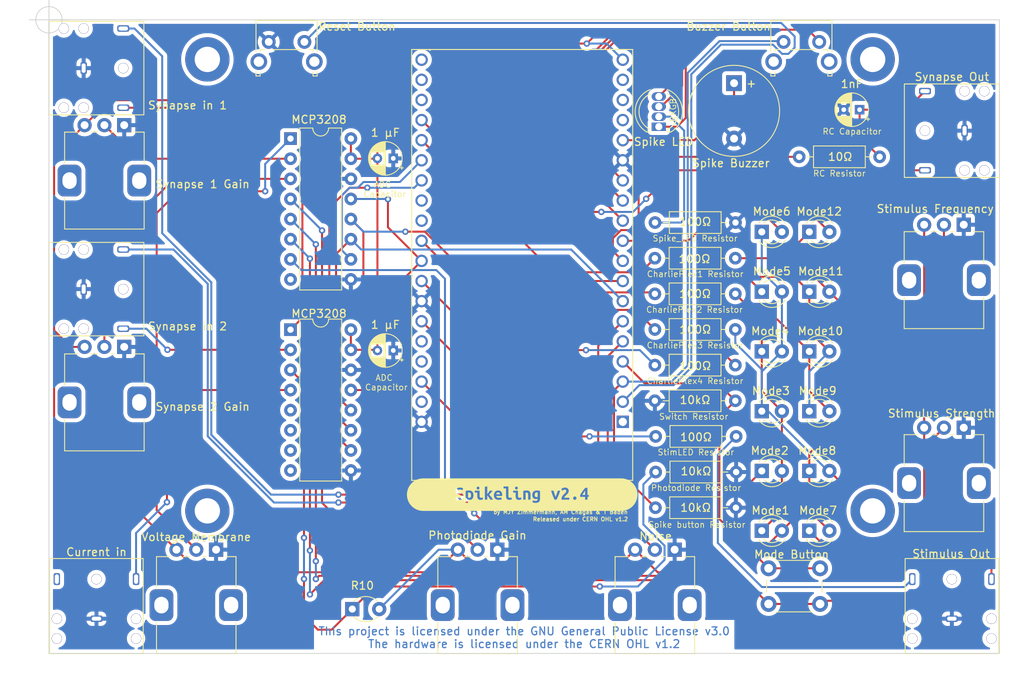
<source format=kicad_pcb>
(kicad_pcb (version 20241229) (generator "pcbnew") (generator_version "9.0")
  (layers (0 "F.Cu" signal) (2 "B.Cu" signal) (13 "F.Paste" user) (15 "B.Paste" user) (5 "F.SilkS" user "F.Silkscreen") (7 "B.SilkS" user "B.Silkscreen") (1 "F.Mask" user) (3 "B.Mask" user) (25 "Edge.Cuts" user))
  (net 0 "")
  (net 7 "GNDREF")
  (net 8 "/23")
  (net 9 "/27")
  (net 10 "/26")
  (net 11 "+3V3")
  (net 12 "/34")
  (net 13 "/35")
  (net 14 "/25")
  (net 15 "/14")
  (net 16 "/12")
  (net 17 "/13")
  (net 18 "/22")
  (net 19 "/21")
  (net 20 "/19")
  (net 21 "/05")
  (net 22 "/17")
  (net 23 "/16")
  (net 24 "/02")
  (net 25 "/15")
  (net 26 "Net-(C3-Pad1)")
  (net 27 "Net-(D1-Pad2)")
  (net 28 "Net-(D10-Pad2)")
  (net 29 "Net-(D12-Pad2)")
  (net 30 "Net-(D4-Pad1)")
  (net 32 "/39")
  (net 33 "VCC")
  (net 36 "/202")
  (net 37 "/203")
  (net 38 "/106")
  (net 39 "/103")
  (net 40 "/105")
  (net 41 "/104")
  (net 42 "/101")
  (net 43 "/102")
  (net 44 "/200")
  (net 45 "/201")
  (net 46 "/32")
  (net 47 "/33")
  (net 48 "/18")
  (net 49 "/04")
  (net 50 "/00")
  (net 51 "/100")
  (net 52 "/107")
  (net 53 "/204")
  (net 54 "/205")
  (net 55 "/206")
  (net 56 "/207")
  (net 57 "Net-(D10-Pad1)")
  (net 58 "Net-(J5-PadT)")
  (net 59 "/36")
  (net 60 "Net-(SW3-Pad2)")
  (footprint "LED_THT:LED_D5.0mm-4_RGB" (layer "F.Cu") (at 177 63.5 90)
    (property "Reference" "D1")
    (property "Value" "Spike LED")
  )
  (footprint "Button_Switch_THT:Spikeling reset button" (layer "F.Cu") (at 195 50.1)
    (property "Reference" "SW2")
    (property "Value" "Buzzer Button")
  )
  (footprint "MountingHole:MountingHole_3.2mm_M3_DIN965_Pad" (layer "F.Cu") (at 120 55)
    (property "Reference" " ")
    (property "Value" "MountingHole_3.2mm_M3_DIN965_Pad")
  )
  (footprint "LED_THT:LED_D3.0mm" (layer "F.Cu") (at 190 76.779)
    (property "Reference" "D7")
    (property "Value" "Mode6")
  )
  (footprint "LED_THT:LED_D3.0mm" (layer "F.Cu") (at 190 114.504)
    (property "Reference" "D2")
    (property "Value" "Mode1")
  )
  (footprint "Resistor_THT:R_Axial_DIN0207_L6.3mm_D2.5mm_P10.16mm_Horizontal" (layer "F.Cu") (at 186.66 98.1 180)
    (property "Reference" "R5")
    (property "Value" "10kΩ")
  )
  (footprint "Package_DIP:DIP-16_W7.62mm" (layer "F.Cu") (at 130.5 89.125)
    (property "Reference" "U3")
    (property "Value" "MCP3208")
  )
  (footprint "Potentiometer_THT:Spikeling Potentiometer" (layer "F.Cu") (at 213 109 -90)
    (property "Reference" "RV6")
    (property "Value" "Stimulus Strength")
  )
  (footprint "Potentiometer_THT:Spikeling Potentiometer" (layer "F.Cu") (at 176.5 124.4 -90)
    (property "Reference" "RV4")
    (property "Value" "Noise")
  )
  (footprint "Audio_Module:Spikeling_Photoreceptor" (layer "F.Cu") (at 159.6 122.9)
    (property "Reference" ".")
    (property "Value" "Spikeling_neuron")
  )
  (footprint "Audio_Module:Spikeling Audio Jack 3.5mm" (layer "F.Cu") (at 99.8825 56.1 90)
    (property "Reference" "J2")
    (property "Value" "Synapse in 1")
  )
  (footprint "Audio_Module:Spikeling Audio Jack 3.5mm" (layer "F.Cu") (at 220.1 64 -90)
    (property "Reference" "J1")
    (property "Value" "Synapse Out")
  )
  (footprint "Potentiometer_THT:Spikeling Potentiometer" (layer "F.Cu") (at 107 70.8 -90)
    (property "Reference" "RV1")
    (property "Value" "Synapse 1 Gain")
  )
  (footprint "Audio_Module:Spikeling_Electrode" (layer "F.Cu") (at 125.9 107.3)
    (property "Reference" "REF**")
    (property "Value" "Spikeling_neuron")
  )
  (footprint "LED_THT:LED_D3.0mm" (layer "F.Cu") (at 190 99.414)
    (property "Reference" "D4")
    (property "Value" "Mode3")
  )
  (footprint "Potentiometer_THT:Spikeling Potentiometer" (layer "F.Cu") (at 118.6 124.4 -90)
    (property "Reference" "RV3")
    (property "Value" "Voltage Membrane")
  )
  (footprint "Resistor_THT:R_Axial_DIN0207_L6.3mm_D2.5mm_P10.16mm_Horizontal" (layer "F.Cu") (at 176.6 102.6)
    (property "Reference" "R3")
    (property "Value" "100Ω")
  )
  (footprint "MountingHole:MountingHole_3.2mm_M3_DIN965_Pad" (layer "F.Cu") (at 204 55)
    (property "Reference" " ")
    (property "Value" "MountingHole_M3")
  )
  (footprint "Package_DIP:DIP-16_W7.62mm" (layer "F.Cu") (at 130.5 65)
    (property "Reference" "U2")
    (property "Value" "MCP3208")
  )
  (footprint "Capacitor_THT:CP_Radial_D4.0mm_P2.00mm" (layer "F.Cu") (at 143.4726 91.75 180)
    (property "Reference" "C2")
    (property "Value" "1 μF")
  )
  (footprint "Audio_Module:Spikeling Audio Jack 3.5mm" (layer "F.Cu") (at 214 130.1175 180)
    (property "Reference" "J5")
    (property "Value" "Stimulus Out")
  )
  (footprint "Button_Switch_THT:Spikeling reset button" (layer "F.Cu") (at 130 50.1)
    (property "Reference" "SW3")
    (property "Value" "Reset Button")
  )
  (footprint "LED_THT:LED_D3.0mm" (layer "F.Cu") (at 196 91.869)
    (property "Reference" "D11")
    (property "Value" "Mode10")
  )
  (footprint "LED_THT:LED_D3.0mm" (layer "F.Cu") (at 196 106.959)
    (property "Reference" "D9")
    (property "Value" "Mode8")
  )
  (footprint "Capacitor_THT:CP_Radial_D4.0mm_P2.00mm" (layer "F.Cu") (at 143.4726 67.5 180)
    (property "Reference" "C1")
    (property "Value" "1 μF")
  )
  (footprint "Resistor_THT:R_Axial_DIN0207_L6.3mm_D2.5mm_P10.16mm_Horizontal" (layer "F.Cu") (at 176.5 93.6)
    (property "Reference" "R9")
    (property "Value" "100Ω")
  )
  (footprint "LED_THT:LED_D3.0mm" (layer "F.Cu") (at 196 76.779)
    (property "Reference" "D13")
    (property "Value" "Mode12")
  )
  (footprint "LED_THT:LED_D3.0mm" (layer "F.Cu") (at 196 84.324)
    (property "Reference" "D12")
    (property "Value" "Mode11")
  )
  (footprint "LED_THT:LED_D3.0mm" (layer "F.Cu") (at 196 99.414)
    (property "Reference" "D10")
    (property "Value" "Mode9")
  )
  (footprint "Resistor_THT:R_Axial_DIN0207_L6.3mm_D2.5mm_P10.16mm_Horizontal" (layer "F.Cu") (at 194.72 67.3)
    (property "Reference" "R1")
    (property "Value" "10Ω")
  )
  (footprint "Maxime:Photoresistor_3.4" (layer "F.Cu") (at 138.3 124.4)
    (property "Reference" "R10")
    (property "Value" "R_Photo")
  )
  (footprint "Potentiometer_THT:Spikeling Potentiometer" (layer "F.Cu") (at 213 83.372 -90)
    (property "Reference" "RV7")
    (property "Value" "Stimulus Frequency")
  )
  (footprint "Potentiometer_THT:Spikeling Potentiometer" (layer "F.Cu") (at 107 98.8 -90)
    (property "Reference" "RV2")
    (property "Value" "Synapse 2 Gain")
  )
  (footprint "Audio_Module:Spikeling Audio Jack 3.5mm" (layer "F.Cu") (at 99.8825 84 90)
    (property "Reference" "J3")
    (property "Value" "Synapse in 2")
  )
  (footprint "LED_THT:LED_D3.0mm" (layer "F.Cu") (at 190 106.959)
    (property "Reference" "D3")
    (property "Value" "Mode2")
  )
  (footprint "MountingHole:MountingHole_3.2mm_M3_DIN965_Pad" (layer "F.Cu") (at 204 112)
    (property "Reference" " ")
    (property "Value" "MountingHole_3.2mm_M3_DIN965_Pad")
  )
  (footprint "LED_THT:LED_D3.0mm" (layer "F.Cu") (at 190 91.869)
    (property "Reference" "D5")
    (property "Value" "Mode4")
  )
  (footprint "Audio_Module:Spikeling Audio Jack 3.5mm" (layer "F.Cu") (at 106 130.1175 180)
    (property "Reference" "J4")
    (property "Value" "Current in")
  )
  (footprint "Resistor_THT:R_Axial_DIN0207_L6.3mm_D2.5mm_P10.16mm_Horizontal" (layer "F.Cu") (at 176.5 89.1)
    (property "Reference" "R8")
    (property "Value" "100Ω")
  )
  (footprint "Resistor_THT:R_Axial_DIN0207_L6.3mm_D2.5mm_P10.16mm_Horizontal" (layer "F.Cu") (at 176.6 107.1)
    (property "Reference" "R2")
    (property "Value" "10kΩ")
  )
  (footprint "Potentiometer_THT:Spikeling Potentiometer" (layer "F.Cu") (at 154.119 124.4 -90)
    (property "Reference" "RV5")
    (property "Value" "Photodiode Gain")
  )
  (footprint "Capacitor_THT:CP_Radial_D4.0mm_P2.00mm" (layer "F.Cu") (at 202.35 61.35 180)
    (property "Reference" "C3")
    (property "Value" "1nF")
  )
  (footprint "Resistor_THT:R_Axial_DIN0207_L6.3mm_D2.5mm_P10.16mm_Horizontal" (layer "F.Cu") (at 176.5 84.6)
    (property "Reference" "R7")
    (property "Value" "100Ω")
  )
  (footprint "kibuzzard-691F2EE6" (layer "F.Cu") (at 159.75 109.95)
    (property "Reference" "kibuzzard-691F2EE6" (hide yes))
    (property "Value" "G***" (hide yes))
  )
  (footprint "Resistor_THT:R_Axial_DIN0207_L6.3mm_D2.5mm_P10.16mm_Horizontal" (layer "F.Cu") (at 186.68 75.6 180)
    (property "Reference" "R4")
    (property "Value" "100Ω")
  )
  (footprint "Buzzer_Beeper:Buzzer_11.5x9.5RM5" (layer "F.Cu") (at 186.5 61.5 -90)
    (property "Reference" "BZ1")
    (property "Value" "Spike Buzzer")
  )
  (footprint "MountingHole:MountingHole_3.2mm_M3_DIN965_Pad" (layer "F.Cu") (at 120 112)
    (property "Reference" " ")
    (property "Value" "MountingHole_3.2mm_M3_DIN965_Pad")
  )
  (footprint "Resistor_THT:R_Axial_DIN0207_L6.3mm_D2.5mm_P10.16mm_Horizontal" (layer "F.Cu") (at 176.57 111.6)
    (property "Reference" "R11")
    (property "Value" "10kΩ")
  )
  (footprint "Audio_Module:Spikeling_Neuron" (layer "F.Cu") (at 155.9 65.6)
    (property "Reference" ".")
    (property "Value" "Spikeling_neuron")
  )
  (footprint "Resistor_THT:R_Axial_DIN0207_L6.3mm_D2.5mm_P10.16mm_Horizontal" (layer "F.Cu") (at 176.5 80.1)
    (property "Reference" "R6")
    (property "Value" "100Ω")
  )
  (footprint "Button_Switch_THT:SW_PUSH_6mm_H13mm" (layer "F.Cu") (at 194.1 121.5)
    (property "Reference" "SW1")
    (property "Value" "Mode Button")
  )
  (footprint "Maxime:MODULE_ESP32-DEVKITC-32D" (layer "F.Cu") (at 159.75 81 180)
    (property "Reference" "U1")
    (property "Value" "ESP32-DEVKITC-32D")
  )
  (footprint "LED_THT:LED_D3.0mm" (layer "F.Cu") (at 196 114.504)
    (property "Reference" "D8")
    (property "Value" "Mode7")
  )
  (footprint "LED_THT:LED_D3.0mm" (layer "F.Cu") (at 190 84.324)
    (property "Reference" "D6")
    (property "Value" "Mode5")
  )
  (gr_line (start 220 130) (end 100 130) (stroke (width 0.1)) (layer "Edge.Cuts"))
  (gr_line (start 100 50) (end 220 50) (stroke (width 0.1)) (layer "Edge.Cuts"))
  (gr_line (start 220 50) (end 220 130) (stroke (width 0.1)) (layer "Edge.Cuts"))
  (gr_line (start 100 130) (end 100 50) (stroke (width 0.1)) (layer "Edge.Cuts"))
  (gr_text "This project is licensed under the GNU General Public License v3.0\nThe hardware is licensed under the CERN OHL v1.2" (at 160 128 0) (layer "B.Cu") (effects (font (size 1 1))))
  (gr_text "ADC \nCapacitor" (at 142.4 71.4 0) (layer "F.SilkS") (effects (font (size 0.75 0.75) (thickness 0.1))))
  (gr_text "Switch Resistor" (at 181.4 100.1 0) (layer "F.SilkS") (effects (font (size 0.75 0.75) (thickness 0.1))))
  (gr_text "CharliePlex3 Resistor" (at 181.58 91.1 0) (layer "F.SilkS") (effects (font (size 0.75 0.75) (thickness 0.1))))
  (gr_text "CharliePlex2 Resistor" (at 181.5 86.6 0) (layer "F.SilkS") (effects (font (size 0.75 0.75) (thickness 0.1))))
  (gr_text "Spike_LED Resistor" (at 181.58 77.6 0) (layer "F.SilkS") (effects (font (size 0.75 0.75) (thickness 0.1))))
  (gr_text "Released under CERN OHL v1.2" (at 167.1 113.05 0) (layer "F.SilkS") (effects (font (size 0.5 0.5) (thickness 0.1))))
  (gr_text "CharliePlex1 Resistor" (at 181.6 82.1 0) (layer "F.SilkS") (effects (font (size 0.75 0.75) (thickness 0.1))))
  (gr_text "RKGB" (at 178.8 61.4 90) (layer "F.SilkS") (effects (font (size 0.75 0.75) (thickness 0.1))))
  (gr_text "RC Capacitor" (at 201.4 64.1 0) (layer "F.SilkS") (effects (font (size 0.75 0.75) (thickness 0.1))))
  (gr_text "RC Resistor" (at 199.8 69.4 0) (layer "F.SilkS") (effects (font (size 0.75 0.75) (thickness 0.1))))
  (gr_text "by MJY Zimmermann, AM Chagas & T Baden" (at 164.6 112.15 0) (layer "F.SilkS") (effects (font (size 0.5 0.5) (thickness 0.1))))
  (gr_text "StimLED Resistor" (at 181.68 104.6 0) (layer "F.SilkS") (effects (font (size 0.75 0.75) (thickness 0.1))))
  (gr_text "Photodiode Resistor" (at 181.7 109.1 0) (layer "F.SilkS") (effects (font (size 0.75 0.75) (thickness 0.1))))
  (gr_text "ADC \nCapacitor" (at 142.6 95.8 0) (layer "F.SilkS") (effects (font (size 0.75 0.75) (thickness 0.1))))
  (gr_text "CharliePlex4 Resistor" (at 181.58 95.6 0) (layer "F.SilkS") (effects (font (size 0.75 0.75) (thickness 0.1))))
  (gr_text "Spike button Resistor" (at 181.8 113.75 0) (layer "F.SilkS") (effects (font (size 0.75 0.75) (thickness 0.1))))
  (target plus (at 100 50) (size 5) (width 0.1) (layer "Edge.Cuts"))
  (segment (start 168.3 54.6) (end 171.1 51.8) (width 0.25) (layer "F.Cu") (net 9))
  (segment (start 171.1 51.8) (end 178.5 51.8) (width 0.25) (layer "F.Cu") (net 9))
  (segment (start 179.3 63.5) (end 177 63.5) (width 0.25) (layer "F.Cu") (net 9))
  (segment (start 168.3 71.21) (end 168.3 54.6) (width 0.25) (layer "F.Cu") (net 9))
  (segment (start 180.4 53.7) (end 180.4 62.4) (width 0.25) (layer "F.Cu") (net 9))
  (segment (start 172.45 75.36) (end 168.3 71.21) (width 0.25) (layer "F.Cu") (net 9))
  (segment (start 178.5 51.8) (end 180.4 53.7) (width 0.25) (layer "F.Cu") (net 9))
  (segment (start 180.4 62.4) (end 179.3 63.5) (width 0.25) (layer "F.Cu") (net 9))
  (segment (start 216.2 73) (end 217.6 74.4) (width 0.25) (layer "F.Cu") (net 10))
  (segment (start 219 115.05) (end 214.8 110.85) (width 0.25) (layer "F.Cu") (net 10))
  (segment (start 219 120.6175) (end 219 115.05) (width 0.25) (layer "F.Cu") (net 10))
  (segment (start 214.8 106.3) (end 218.1 103) (width 0.25) (layer "F.Cu") (net 10))
  (segment (start 217.6 76.9) (end 217.6 74.4) (width 0.25) (layer "F.Cu") (net 10))
  (segment (start 180.75 77.9) (end 185.65 73) (width 0.25) (layer "F.Cu") (net 10))
  (segment (start 218.1 99.8) (end 214.1 95.8) (width 0.25) (layer "F.Cu") (net 10))
  (segment (start 214.1 80.4) (end 217.6 76.9) (width 0.25) (layer "F.Cu") (net 10))
  (segment (start 214.1 95.8) (end 214.1 80.4) (width 0.25) (layer "F.Cu") (net 10))
  (segment (start 185.65 73) (end 216.2 73) (width 0.25) (layer "F.Cu") (net 10))
  (segment (start 218.1 103) (end 218.1 99.8) (width 0.25) (layer "F.Cu") (net 10))
  (segment (start 172.45 77.9) (end 180.75 77.9) (width 0.25) (layer "F.Cu") (net 10))
  (segment (start 214.8 110.85) (end 214.8 106.3) (width 0.25) (layer "F.Cu") (net 10))
  (segment (start 172.45 90.6) (end 170.55 92.5) (width 0.25) (layer "F.Cu") (net 12))
  (segment (start 170.55 92.5) (end 170.55 107.8) (width 0.25) (layer "F.Cu") (net 12))
  (segment (start 167.4 110.95) (end 136.55 110.95) (width 0.25) (layer "F.Cu") (net 12))
  (segment (start 170.55 107.8) (end 167.4 110.95) (width 0.25) (layer "F.Cu") (net 12))
  (via (at 136.55 110.95) (size 0.8) (drill 0.4) (layers "F.Cu" "B.Cu") (net 12))
  (segment (start 120.05048 83.336198) (end 115.714282 79) (width 0.25) (layer "B.Cu") (net 12))
  (segment (start 136.55 110.95) (end 128.414283 110.95) (width 0.25) (layer "B.Cu") (net 12))
  (segment (start 128.414283 110.95) (end 120.05048 102.586197) (width 0.25) (layer "B.Cu") (net 12))
  (segment (start 115.714282 79) (end 109.3825 79) (width 0.25) (layer "B.Cu") (net 12))
  (segment (start 120.05048 102.586197) (end 120.05048 83.336198) (width 0.25) (layer "B.Cu") (net 12))
  (segment (start 169.35 91.16) (end 169.35 107.6) (width 0.25) (layer "F.Cu") (net 13))
  (segment (start 167 109.95) (end 136.55 109.95) (width 0.25) (layer "F.Cu") (net 13))
  (segment (start 169.35 107.6) (end 167 109.95) (width 0.25) (layer "F.Cu") (net 13))
  (segment (start 172.45 88.06) (end 169.35 91.16) (width 0.25) (layer "F.Cu") (net 13))
  (via (at 136.55 109.95) (size 0.8) (drill 0.4) (layers "F.Cu" "B.Cu") (net 13))
  (segment (start 114.3 54.6) (end 114.3 76.95) (width 0.25) (layer "B.Cu") (net 13))
  (segment (start 114.3 76.95) (end 120.5 83.15) (width 0.25) (layer "B.Cu") (net 13))
  (segment (start 110.8 51.1) (end 114.3 54.6) (width 0.25) (layer "B.Cu") (net 13))
  (segment (start 120.5 102.4) (end 128.05 109.95) (width 0.25) (layer "B.Cu") (net 13))
  (segment (start 120.5 83.15) (end 120.5 102.4) (width 0.25) (layer "B.Cu") (net 13))
  (segment (start 109.3825 51.1) (end 110.8 51.1) (width 0.25) (layer "B.Cu") (net 13))
  (segment (start 128.05 109.95) (end 136.55 109.95) (width 0.25) (layer "B.Cu") (net 13))
  (segment (start 174.45 71.55) (end 178.7 67.3) (width 0.25) (layer "F.Cu") (net 14))
  (segment (start 172.45 80.44) (end 171.2 79.19) (width 0.25) (layer "F.Cu") (net 14))
  (segment (start 172.237984 76.55) (end 173.9 76.55) (width 0.25) (layer "F.Cu") (net 14))
  (segment (start 171.2 79.19) (end 171.2 77.587984) (width 0.25) (layer "F.Cu") (net 14))
  (segment (start 171.2 77.587984) (end 172.237984 76.55) (width 0.25) (layer "F.Cu") (net 14))
  (segment (start 173.9 76.55) (end 174.45 76) (width 0.25) (layer "F.Cu") (net 14))
  (segment (start 178.7 67.3) (end 194.72 67.3) (width 0.25) (layer "F.Cu") (net 14))
  (segment (start 174.45 76) (end 174.45 71.55) (width 0.25) (layer "F.Cu") (net 14))
  (segment (start 168.74952 69.11952) (end 172.45 72.82) (width 0.25) (layer "F.Cu") (net 15))
  (segment (start 179.95048 53.886198) (end 179.95048 58.320064) (width 0.25) (layer "F.Cu") (net 15))
  (segment (start 179.95048 53.886198) (end 178.313802 52.24952) (width 0.25) (layer "F.Cu") (net 15))
  (segment (start 171.286198 52.24952) (end 168.74952 54.786198) (width 0.25) (layer "F.Cu") (net 15))
  (segment (start 168.74952 54.786198) (end 168.74952 69.11952) (width 0.25) (layer "F.Cu") (net 15))
  (segment (start 179.95048 58.320064) (end 177.310544 60.96) (width 0.25) (layer "F.Cu") (net 15))
  (segment (start 177.310544 60.96) (end 177 60.96) (width 0.25) (layer "F.Cu") (net 15))
  (segment (start 178.313802 52.24952) (end 171.286198 52.24952) (width 0.25) (layer "F.Cu") (net 15))
  (segment (start 177 59.69) (end 179.5 57.19) (width 0.25) (layer "F.Cu") (net 16))
  (segment (start 169.3 67.13) (end 172.45 70.28) (width 0.25) (layer "F.Cu") (net 16))
  (segment (start 178.127604 52.69904) (end 171.472396 52.69904) (width 0.25) (layer "F.Cu") (net 16))
  (segment (start 179.5 57.19) (end 179.5 54.071436) (width 0.25) (layer "F.Cu") (net 16))
  (segment (start 171.472396 52.69904) (end 169.3 54.871436) (width 0.25) (layer "F.Cu") (net 16))
  (segment (start 179.5 54.071436) (end 178.127604 52.69904) (width 0.25) (layer "F.Cu") (net 16))
  (segment (start 169.3 54.871436) (end 169.3 67.13) (width 0.25) (layer "F.Cu") (net 16))
  (segment (start 181.5 65.2) (end 186.5 60.2) (width 0.25) (layer "F.Cu") (net 17))
  (segment (start 172.45 65.2) (end 181.5 65.2) (width 0.25) (layer "F.Cu") (net 17))
  (segment (start 186.5 58) (end 186.5 60.2) (width 0.25) (layer "F.Cu") (net 17))
  (segment (start 147.05 95.68) (end 153.97 102.6) (width 0.25) (layer "F.Cu") (net 18))
  (segment (start 153.97 102.6) (end 168.25 102.6) (width 0.25) (layer "F.Cu") (net 18))
  (via (at 168.25 102.6) (size 0.8) (drill 0.4) (layers "F.Cu" "B.Cu") (net 18))
  (segment (start 168.25 102.6) (end 176.6 102.6) (width 0.25) (layer "B.Cu") (net 18))
  (segment (start 150.694511 91.704511) (end 147.05 88.06) (width 0.25) (layer "F.Cu") (net 19))
  (segment (start 167.804511 91.704511) (end 150.694511 91.704511) (width 0.25) (layer "F.Cu") (net 19))
  (via (at 167.804511 91.704511) (size 0.8) (drill 0.4) (layers "F.Cu" "B.Cu") (net 19))
  (segment (start 176.5 93.6) (end 174.604511 91.704511) (width 0.25) (layer "B.Cu") (net 19))
  (segment (start 174.604511 91.704511) (end 167.804511 91.704511) (width 0.25) (layer "B.Cu") (net 19))
  (segment (start 150.694511 86.624511) (end 147.05 82.98) (width 0.25) (layer "F.Cu") (net 20))
  (segment (start 176.5 89.1) (end 174.024511 86.624511) (width 0.25) (layer "F.Cu") (net 20))
  (segment (start 174.024511 86.624511) (end 150.694511 86.624511) (width 0.25) (layer "F.Cu") (net 20))
  (segment (start 153.565489 84.415489) (end 147.05 77.9) (width 0.25) (layer "F.Cu") (net 21))
  (segment (start 176.315489 84.415489) (end 153.565489 84.415489) (width 0.25) (layer "F.Cu") (net 21))
  (segment (start 176.5 84.6) (end 176.315489 84.415489) (width 0.25) (layer "F.Cu") (net 21))
  (segment (start 163.725489 81.875489) (end 147.05 65.2) (width 0.25) (layer "F.Cu") (net 24))
  (segment (start 176.5 80.1) (end 174.724511 81.875489) (width 0.25) (layer "F.Cu") (net 24))
  (segment (start 174.724511 81.875489) (end 163.725489 81.875489) (width 0.25) (layer "F.Cu") (net 24))
  (segment (start 158.645489 74.255489) (end 169.744511 74.255489) (width 0.25) (layer "F.Cu") (net 25))
  (segment (start 179 69) (end 175.4 72.6) (width 0.25) (layer "F.Cu") (net 25))
  (segment (start 210.6 69) (end 179 69) (width 0.25) (layer "F.Cu") (net 25))
  (segment (start 147.05 62.66) (end 158.645489 74.255489) (width 0.25) (layer "F.Cu") (net 25))
  (via (at 175.4 72.6) (size 0.8) (drill 0.4) (layers "F.Cu" "B.Cu") (net 25))
  (via (at 169.744511 74.255489) (size 0.8) (drill 0.4) (layers "F.Cu" "B.Cu") (net 25))
  (segment (start 173.744511 74.255489) (end 169.744511 74.255489) (width 0.25) (layer "B.Cu") (net 25))
  (segment (start 175.4 72.6) (end 173.744511 74.255489) (width 0.25) (layer "B.Cu") (net 25))
  (segment (start 202.35 61.35) (end 202.35 64.77) (width 0.25) (layer "F.Cu") (net 26))
  (segment (start 202.35 61.35) (end 208.25 61.35) (width 0.25) (layer "F.Cu") (net 26))
  (segment (start 208.25 61.35) (end 210.6 59) (width 0.25) (layer "F.Cu") (net 26))
  (segment (start 202.35 64.77) (end 204.88 67.3) (width 0.25) (layer "F.Cu") (net 26))
  (segment (start 177.310544 62.23) (end 177 62.23) (width 0.25) (layer "F.Cu") (net 27))
  (segment (start 176.6 62.14) (end 177.75 62.14) (width 0.25) (layer "F.Cu") (net 27))
  (segment (start 177 62.23) (end 178.43 62.23) (width 0.25) (layer "B.Cu") (net 27))
  (segment (start 178.43 62.23) (end 180.2 64) (width 0.25) (layer "B.Cu") (net 27))
  (segment (start 180.2 75.2) (end 179.8 75.6) (width 0.25) (layer "B.Cu") (net 27))
  (segment (start 179.8 75.6) (end 176.52 75.6) (width 0.25) (layer "B.Cu") (net 27))
  (segment (start 180.2 64) (end 180.2 75.2) (width 0.25) (layer "B.Cu") (net 27))
  (segment (start 177 75.12) (end 176.52 75.6) (width 0.25) (layer "B.Cu") (net 27))
  (segment (start 190 87.94) (end 190 91.869) (width 0.25) (layer "F.Cu") (net 28))
  (segment (start 186.66 84.6) (end 189.88 87.82) (width 0.25) (layer "F.Cu") (net 28))
  (segment (start 192.54 106.959) (end 192.54 111.964) (width 0.25) (layer "F.Cu") (net 28))
  (segment (start 189.88 87.82) (end 190 87.94) (width 0.25) (layer "F.Cu") (net 28))
  (segment (start 196 91.869) (end 191.951 87.82) (width 0.25) (layer "F.Cu") (net 28))
  (segment (start 196 96.874) (end 198.54 99.414) (width 0.25) (layer "F.Cu") (net 28))
  (segment (start 192.54 111.964) (end 190 114.504) (width 0.25) (layer "F.Cu") (net 28))
  (segment (start 190 91.869) (end 190 96.874) (width 0.25) (layer "F.Cu") (net 28))
  (segment (start 190 96.874) (end 192.54 99.414) (width 0.25) (layer "F.Cu") (net 28))
  (segment (start 192.54 99.414) (end 192.54 106.959) (width 0.25) (layer "F.Cu") (net 28))
  (segment (start 196 91.869) (end 196 96.874) (width 0.25) (layer "F.Cu") (net 28))
  (segment (start 191.951 87.82) (end 189.88 87.82) (width 0.25) (layer "F.Cu") (net 28))
  (segment (start 186.66 80.1) (end 192.679 80.1) (width 0.25) (layer "F.Cu") (net 29))
  (segment (start 192.679 80.1) (end 196 76.779) (width 0.25) (layer "F.Cu") (net 29))
  (segment (start 198.54 84.324) (end 194.316 80.1) (width 0.25) (layer "F.Cu") (net 29))
  (segment (start 196 110.85) (end 196 106.959) (width 0.25) (layer "F.Cu") (net 29))
  (segment (start 196 106.959) (end 196 104.75) (width 0.25) (layer "F.Cu") (net 29))
  (segment (start 196 111.964) (end 196 110.85) (width 0.25) (layer "F.Cu") (net 29))
  (segment (start 196 104.75) (end 200.4 100.35) (width 0.25) (layer "F.Cu") (net 29))
  (segment (start 198.54 114.504) (end 196 111.964) (width 0.25) (layer "F.Cu") (net 29))
  (segment (start 200.4 100.35) (end 200.4 86.184) (width 0.25) (layer "F.Cu") (net 29))
  (segment (start 189.25 116.75) (end 190.294 116.75) (width 0.25) (layer "F.Cu") (net 29))
  (segment (start 190.294 116.75) (end 192.54 114.504) (width 0.25) (layer "F.Cu") (net 29))
  (segment (start 188.1 108.859) (end 188.1 115.6) (width 0.25) (layer "F.Cu") (net 29))
  (segment (start 188.1 115.6) (end 189.25 116.75) (width 0.25) (layer "F.Cu") (net 29))
  (segment (start 200.4 86.184) (end 198.54 84.324) (width 0.25) (layer "F.Cu") (net 29))
  (segment (start 190 106.959) (end 188.1 108.859) (width 0.25) (layer "F.Cu") (net 29))
  (segment (start 196 111.044) (end 196 110.85) (width 0.25) (layer "F.Cu") (net 29))
  (segment (start 192.54 114.504) (end 196 111.044) (width 0.25) (layer "F.Cu") (net 29))
  (segment (start 194.316 80.1) (end 192.679 80.1) (width 0.25) (layer "F.Cu") (net 29))
  (segment (start 200.2 108.619) (end 198.54 106.959) (width 0.25) (layer "F.Cu") (net 30))
  (segment (start 200.2 115.6) (end 200.2 108.619) (width 0.25) (layer "F.Cu") (net 30))
  (segment (start 199.4 116.4) (end 200.2 115.6) (width 0.25) (layer "F.Cu") (net 30))
  (segment (start 197.896 116.4) (end 199.4 116.4) (width 0.25) (layer "F.Cu") (net 30))
  (segment (start 197.896 116.4) (end 196 114.504) (width 0.25) (layer "F.Cu") (net 30))
  (segment (start 190 76.779) (end 190 81.784) (width 0.25) (layer "B.Cu") (net 30))
  (segment (start 198.353279 106.959) (end 198.54 106.959) (width 0.25) (layer "B.Cu") (net 30))
  (segment (start 190 99.414) (end 190 94.409) (width 0.25) (layer "B.Cu") (net 30))
  (segment (start 192.54 84.324) (end 192.54 91.869) (width 0.25) (layer "B.Cu") (net 30))
  (segment (start 186.66 90.81) (end 190 94.15) (width 0.25) (layer "B.Cu") (net 30))
  (segment (start 190 94.15) (end 190 94.409) (width 0.25) (layer "B.Cu") (net 30))
  (segment (start 190 81.784) (end 192.54 84.324) (width 0.25) (layer "B.Cu") (net 30))
  (segment (start 190.808279 99.414) (end 198.353279 106.959) (width 0.25) (layer "B.Cu") (net 30))
  (segment (start 190 94.409) (end 192.54 91.869) (width 0.25) (layer "B.Cu") (net 30))
  (segment (start 186.66 89.1) (end 186.66 90.81) (width 0.25) (layer "B.Cu") (net 30))
  (segment (start 190 99.414) (end 190.808279 99.414) (width 0.25) (layer "B.Cu") (net 30))
  (segment (start 184.65 100.11) (end 184.65 113.04) (width 0.25) (layer "F.Cu") (net 32))
  (segment (start 172.45 93.14) (end 175.21 95.9) (width 0.25) (layer "F.Cu") (net 32))
  (segment (start 186.66 98.1) (end 184.65 100.11) (width 0.25) (layer "F.Cu") (net 32))
  (segment (start 190.86 119.25) (end 197.36 119.25) (width 0.25) (layer "F.Cu") (net 32))
  (segment (start 175.21 95.9) (end 184.46 95.9) (width 0.25) (layer "F.Cu") (net 32))
  (segment (start 184.65 113.04) (end 190.86 119.25) (width 0.25) (layer "F.Cu") (net 32))
  (segment (start 184.46 95.9) (end 186.66 98.1) (width 0.25) (layer "F.Cu") (net 32))
  (segment (start 156.649982 53) (end 164.55 53) (width 0.25) (layer "F.Cu") (net 33))
  (segment (start 186.86 119.75) (end 176.85 119.75) (width 0.25) (layer "F.Cu") (net 33))
  (segment (start 167.9 53) (end 169.65 51.25) (width 0.25) (layer "F.Cu") (net 33))
  (segment (start 104.5 63.3) (end 100.65 67.15) (width 0.25) (layer "F.Cu") (net 33))
  (segment (start 138.12 89.125) (end 138.12 91.665) (width 0.25) (layer "F.Cu") (net 33))
  (segment (start 210.14904 123.35096) (end 197.75904 123.35096) (width 0.25) (layer "F.Cu") (net 33))
  (segment (start 102.740678 91.3) (end 104.5 91.3) (width 0.25) (layer "F.Cu") (net 33))
  (segment (start 144.65 53) (end 156.35 53) (width 0.25) (layer "F.Cu") (net 33))
  (segment (start 197.75904 123.35096) (end 197.36 123.75) (width 0.25) (layer "F.Cu") (net 33))
  (segment (start 154.469 119.75) (end 171.15 119.75) (width 0.25) (layer "F.Cu") (net 33))
  (segment (start 116.1 116.9) (end 100.65 101.45) (width 0.25) (layer "F.Cu") (net 33))
  (segment (start 171.15 119.75) (end 174 116.9) (width 0.25) (layer "F.Cu") (net 33))
  (segment (start 141.4726 57.2774) (end 141.4726 56.1774) (width 0.25) (layer "F.Cu") (net 33))
  (segment (start 138.6 60.15) (end 141.4726 57.2774) (width 0.25) (layer "F.Cu") (net 33))
  (segment (start 164.55 53) (end 164.7 53) (width 0.25) (layer "F.Cu") (net 33))
  (segment (start 138.12 67.54) (end 141.4326 67.54) (width 0.25) (layer "F.Cu") (net 33))
  (segment (start 141.4726 67.5) (end 141.4726 56.1774) (width 0.25) (layer "F.Cu") (net 33))
  (segment (start 148.769 119.75) (end 151.619 116.9) (width 0.25) (layer "F.Cu") (net 33))
  (segment (start 100.65 67.15) (end 100.65 89.209322) (width 0.25) (layer "F.Cu") (net 33))
  (segment (start 100.65 89.209322) (end 102.740678 91.3) (width 0.25) (layer "F.Cu") (net 33))
  (segment (start 100.65 101.45) (end 100.65 89.209322) (width 0.25) (layer "F.Cu") (net 33))
  (segment (start 195.81 51.25) (end 197.25 52.69) (width 0.25) (layer "F.Cu") (net 33))
  (segment (start 210.5 101.5) (end 210.5 123) (width 0.25) (layer "F.Cu") (net 33))
  (segment (start 156.35 53) (end 167.9 53) (width 0.25) (layer "F.Cu") (net 33))
  (segment (start 107.65 60.15) (end 138.6 60.15) (width 0.25) (layer "F.Cu") (net 33))
  (segment (start 176.85 119.75) (end 174 116.9) (width 0.25) (layer "F.Cu") (net 33))
  (segment (start 104.5 63.3) (end 107.65 60.15) (width 0.25) (layer "F.Cu") (net 33))
  (segment (start 169.65 51.25) (end 195.81 51.25) (width 0.25) (layer "F.Cu") (net 33))
  (segment (start 138.12 91.665) (end 141.3876 91.665) (width 0.25) (layer "F.Cu") (net 33))
  (segment (start 141.4326 67.54) (end 141.4726 67.5) (width 0.25) (layer "F.Cu") (net 33))
  (segment (start 190.86 123.75) (end 197.36 123.75) (width 0.25) (layer "F.Cu") (net 33))
  (segment (start 210.5 75.872) (end 210.5 101.5) (width 0.25) (layer "F.Cu") (net 33))
  (segment (start 190.86 123.75) (end 186.86 119.75) (width 0.25) (layer "F.Cu") (net 33))
  (segment (start 116.1 116.9) (end 118.95 119.75) (width 0.25) (layer "F.Cu") (net 33))
  (segment (start 141.3876 91.665) (end 141.4726 91.75) (width 0.25) (layer "F.Cu") (net 33))
  (segment (start 210.5 123) (end 210.14904 123.35096) (width 0.25) (layer "F.Cu") (net 33))
  (segment (start 138.12 65) (end 138.12 67.54) (width 0.25) (layer "F.Cu") (net 33))
  (segment (start 118.95 119.75) (end 148.769 119.75) (width 0.25) (layer "F.Cu") (net 33))
  (segment (start 141.4726 56.1774) (end 144.65 53) (width 0.25) (layer "F.Cu") (net 33))
  (segment (start 151.619 116.9) (end 154.469 119.75) (width 0.25) (layer "F.Cu") (net 33))
  (segment (start 141.4726 67.5) (end 141.4726 91.75) (width 0.25) (layer "F.Cu") (net 33))
  (via (at 167.9 53) (size 0.8) (drill 0.4) (layers "F.Cu" "B.Cu") (net 33))
  (segment (start 170.41 53) (end 172.45 55.04) (width 0.25) (layer "B.Cu") (net 33))
  (segment (start 167.9 53) (end 170.41 53) (width 0.25) (layer "B.Cu") (net 33))
  (segment (start 141.7 124.4) (end 149.2 116.9) (width 0.25) (layer "B.Cu") (net 33))
  (segment (start 149.2 116.9) (end 151.619 116.9) (width 0.25) (layer "B.Cu") (net 33))
  (segment (start 133.95 127) (end 135.35 127) (width 0.25) (layer "F.Cu") (net 36))
  (segment (start 132.2 125.25) (end 133.95 127) (width 0.25) (layer "F.Cu") (net 36))
  (segment (start 138.3 124.4) (end 135.7 127) (width 0.25) (layer "F.Cu") (net 36))
  (segment (start 132.2 95.905) (end 132.2 115.4) (width 0.25) (layer "F.Cu") (net 36))
  (segment (start 138.3 124.4) (end 141.15 121.55) (width 0.25) (layer "F.Cu") (net 36))
  (segment (start 141.15 121.55) (end 169.55 121.55) (width 0.25) (layer "F.Cu") (net 36))
  (segment (start 130.5 94.205) (end 132.2 95.905) (width 0.25) (layer "F.Cu") (net 36))
  (segment (start 135.7 127) (end 135.35 127) (width 0.25) (layer "F.Cu") (net 36))
  (segment (start 132.2 120.6) (end 132.2 125.25) (width 0.25) (layer "F.Cu") (net 36))
  (via (at 132.2 120.6) (size 0.8) (drill 0.4) (layers "F.Cu" "B.Cu") (net 36))
  (via (at 132.2 115.4) (size 0.8) (drill 0.4) (layers "F.Cu" "B.Cu") (net 36))
  (via (at 169.55 121.55) (size 0.8) (drill 0.4) (layers "F.Cu" "B.Cu") (net 36))
  (segment (start 132.2 115.4) (end 132.2 120.6) (width 0.25) (layer "B.Cu") (net 36))
  (segment (start 175.050001 113.71828) (end 177.724511 116.39279) (width 0.25) (layer "B.Cu") (net 36))
  (segment (start 174.35 121.55) (end 169.55 121.55) (width 0.25) (layer "B.Cu") (net 36))
  (segment (start 175.05 108.65) (end 175.050001 113.71828) (width 0.25) (layer "B.Cu") (net 36))
  (segment (start 177.724511 118.175489) (end 174.35 121.55) (width 0.25) (layer "B.Cu") (net 36))
  (segment (start 176.6 107.1) (end 175.05 108.65) (width 0.25) (layer "B.Cu") (net 36))
  (segment (start 177.724511 116.39279) (end 177.724511 118.175489) (width 0.25) (layer "B.Cu") (net 36))
  (segment (start 130.5 96.745) (end 117.855 96.745) (width 0.25) (layer "F.Cu") (net 37))
  (segment (start 114.9 99.7) (end 114.9 110.9) (width 0.25) (layer "F.Cu") (net 37))
  (segment (start 117.855 96.745) (end 114.9 99.7) (width 0.25) (layer "F.Cu") (net 37))
  (via (at 114.9 110.9) (size 0.8) (drill 0.4) (layers "F.Cu" "B.Cu") (net 37))
  (segment (start 114.9 110.9) (end 111 114.8) (width 0.25) (layer "B.Cu") (net 37))
  (segment (start 111 114.8) (end 111 120.6175) (width 0.25) (layer "B.Cu") (net 37))
  (segment (start 156.7 115.3) (end 153.7 112.3) (width 0.25) (layer "F.Cu") (net 38))
  (segment (start 174.9 115.3) (end 156.7 115.3) (width 0.25) (layer "F.Cu") (net 38))
  (segment (start 176.5 116.9) (end 174.9 115.3) (width 0.25) (layer "F.Cu") (net 38))
  (via (at 153.7 112.3) (size 0.8) (drill 0.4) (layers "F.Cu" "B.Cu") (net 38))
  (segment (start 153.7 112.3) (end 150 108.6) (width 0.25) (layer "B.Cu") (net 38))
  (segment (start 150 82.7) (end 148.9 81.6) (width 0.25) (layer "B.Cu") (net 38))
  (segment (start 150 108.6) (end 150 82.7) (width 0.25) (layer "B.Cu") (net 38))
  (segment (start 131.86 81.6) (end 130.5 80.24) (width 0.25) (layer "B.Cu") (net 38))
  (segment (start 148.9 81.6) (end 131.86 81.6) (width 0.25) (layer "B.Cu") (net 38))
  (segment (start 154.119 116.9) (end 152.269 115.05) (width 0.25) (layer "F.Cu") (net 39))
  (segment (start 152.269 115.05) (end 138.55 115.05) (width 0.25) (layer "F.Cu") (net 39))
  (segment (start 134.48 110.98) (end 134.575 111.075) (width 0.25) (layer "F.Cu") (net 39))
  (segment (start 138.55 115.05) (end 134.575 111.075) (width 0.25) (layer "F.Cu") (net 39))
  (segment (start 134.48 76.6) (end 134.48 110.98) (width 0.25) (layer "F.Cu") (net 39))
  (via (at 134.48 76.6) (size 0.8) (drill 0.4) (layers "F.Cu" "B.Cu") (net 39))
  (segment (start 130.5 72.62) (end 134.48 76.6) (width 0.25) (layer "B.Cu") (net 39))
  (segment (start 217.3 102.55) (end 217.3 100.35) (width 0.25) (layer "F.Cu") (net 40))
  (segment (start 213 96.05) (end 213 75.872) (width 0.25) (layer "F.Cu") (net 40))
  (segment (start 134.75 120.75) (end 184.4 120.75) (width 0.25) (layer "F.Cu") (net 40))
  (segment (start 132.95 122.55) (end 134.75 120.75) (width 0.25) (layer "F.Cu") (net 40))
  (segment (start 210.585717 124.25) (end 211.55 123.285717) (width 0.25) (layer "F.Cu") (net 40))
  (segment (start 200.1 124.25) (end 210.585717 124.25) (width 0.25) (layer "F.Cu") (net 40))
  (segment (start 132.95 80.15) (end 132.95 117) (width 0.25) (layer "F.Cu") (net 40))
  (segment (start 184.4 120.75) (end 189.75 126.1) (width 0.25) (layer "F.Cu") (net 40))
  (segment (start 189.75 126.1) (end 198.25 126.1) (width 0.25) (layer "F.Cu") (net 40))
  (segment (start 211.55 108.3) (end 217.3 102.55) (width 0.25) (layer "F.Cu") (net 40))
  (segment (start 217.3 100.35) (end 213 96.05) (width 0.25) (layer "F.Cu") (net 40))
  (segment (start 211.55 123.285717) (end 211.55 108.3) (width 0.25) (layer "F.Cu") (net 40))
  (segment (start 198.25 126.1) (end 200.1 124.25) (width 0.25) (layer "F.Cu") (net 40))
  (via (at 132.95 122.55) (size 0.8) (drill 0.4) (layers "F.Cu" "B.Cu") (net 40))
  (via (at 132.95 117) (size 0.8) (drill 0.4) (layers "F.Cu" "B.Cu") (net 40))
  (via (at 132.95 80.15) (size 0.8) (drill 0.4) (layers "F.Cu" "B.Cu") (net 40))
  (segment (start 132.95 117) (end 132.95 122.55) (width 0.25) (layer "B.Cu") (net 40))
  (segment (start 130.5 77.7) (end 132.95 80.15) (width 0.25) (layer "B.Cu") (net 40))
  (segment (start 133.7 120.6) (end 134.10048 120.19952) (width 0.25) (layer "F.Cu") (net 41))
  (segment (start 210.94952 103.55048) (end 210.94952 123.25048) (width 0.25) (layer "F.Cu") (net 41))
  (segment (start 210.94952 123.25048) (end 210.39952 123.80048) (width 0.25) (layer "F.Cu") (net 41))
  (segment (start 134.10048 120.19952) (end 184.74952 120.19952) (width 0.25) (layer "F.Cu") (net 41))
  (segment (start 198.15 125.5) (end 190.05 125.5) (width 0.25) (layer "F.Cu") (net 41))
  (segment (start 133.7 78.35) (end 133.7 118.35) (width 0.25) (layer "F.Cu") (net 41))
  (segment (start 190.05 125.5) (end 184.74952 120.19952) (width 0.25) (layer "F.Cu") (net 41))
  (segment (start 213 101.5) (end 210.94952 103.55048) (width 0.25) (layer "F.Cu") (net 41))
  (segment (start 198.15 125.5) (end 199.84952 123.80048) (width 0.25) (layer "F.Cu") (net 41))
  (segment (start 210.39952 123.80048) (end 199.84952 123.80048) (width 0.25) (layer "F.Cu") (net 41))
  (via (at 133.7 78.35) (size 0.8) (drill 0.4) (layers "F.Cu" "B.Cu") (net 41))
  (via (at 133.7 118.35) (size 0.8) (drill 0.4) (layers "F.Cu" "B.Cu") (net 41))
  (via (at 133.7 120.6) (size 0.8) (drill 0.4) (layers "F.Cu" "B.Cu") (net 41))
  (segment (start 130.5 75.16) (end 133.49 78.15) (width 0.25) (layer "B.Cu") (net 41))
  (segment (start 133.5 78.15) (end 133.7 78.35) (width 0.25) (layer "B.Cu") (net 41))
  (segment (start 133.49 78.15) (end 133.5 78.15) (width 0.25) (layer "B.Cu") (net 41))
  (segment (start 133.7 118.35) (end 133.7 120.6) (width 0.25) (layer "B.Cu") (net 41))
  (segment (start 111.24 67.54) (end 130.5 67.54) (width 0.25) (layer "F.Cu") (net 42))
  (segment (start 107 63.3) (end 111.24 67.54) (width 0.25) (layer "F.Cu") (net 42))
  (segment (start 107 91.3) (end 107 78.890717) (width 0.25) (layer "F.Cu") (net 43))
  (segment (start 115.810717 70.08) (end 130.5 70.08) (width 0.25) (layer "F.Cu") (net 43))
  (segment (start 107 78.890717) (end 115.810717 70.08) (width 0.25) (layer "F.Cu") (net 43))
  (segment (start 132 63.25) (end 129.85 61.1) (width 0.25) (layer "F.Cu") (net 44))
  (segment (start 109.3825 61.1) (end 129.85 61.1) (width 0.25) (layer "F.Cu") (net 44))
  (segment (start 130.5 89.125) (end 132 87.625) (width 0.25) (layer "F.Cu") (net 44))
  (segment (start 132 87.625) (end 132 63.25) (width 0.25) (layer "F.Cu") (net 44))
  (segment (start 130.5 91.665) (end 114.965 91.665) (width 0.25) (layer "F.Cu") (net 45))
  (via (at 114.965 91.665) (size 0.8) (drill 0.4) (layers "F.Cu" "B.Cu") (net 45))
  (segment (start 114.965 91.665) (end 112.3 89) (width 0.25) (layer "B.Cu") (net 45))
  (segment (start 109.3825 89) (end 112.3 89) (width 0.25) (layer "B.Cu") (net 45))
  (segment (start 138.12 101.825) (end 136.25 99.955) (width 0.25) (layer "F.Cu") (net 46))
  (segment (start 136.25 99.955) (end 136.25 79.57) (width 0.25) (layer "F.Cu") (net 46))
  (segment (start 136.25 79.57) (end 138.12 77.7) (width 0.25) (layer "F.Cu") (net 46))
  (segment (start 138.12 77.7) (end 139.424511 79.004511) (width 0.25) (layer "B.Cu") (net 46))
  (segment (start 139.424511 79.004511) (end 165.934511 79.004511) (width 0.25) (layer "B.Cu") (net 46))
  (segment (start 165.934511 79.004511) (end 172.45 85.52) (width 0.25) (layer "B.Cu") (net 46))
  (segment (start 139.7 76.8) (end 139.7 84.95) (width 0.25) (layer "F.Cu") (net 47))
  (segment (start 138.12 75.16) (end 139.7 76.74) (width 0.25) (layer "F.Cu") (net 47))
  (segment (start 153.692016 82.98) (end 147.462016 76.75) (width 0.25) (layer "F.Cu") (net 47))
  (segment (start 147.462016 76.75) (end 145 76.75) (width 0.25) (layer "F.Cu") (net 47))
  (segment (start 139.7 84.95) (end 136.7 87.95) (width 0.25) (layer "F.Cu") (net 47))
  (segment (start 136.7 87.95) (end 136.7 97.865) (width 0.25) (layer "F.Cu") (net 47))
  (segment (start 139.7 76.74) (end 139.7 76.8) (width 0.25) (layer "F.Cu") (net 47))
  (segment (start 136.7 97.865) (end 138.12 99.285) (width 0.25) (layer "F.Cu") (net 47))
  (segment (start 172.45 82.98) (end 153.692016 82.98) (width 0.25) (layer "F.Cu") (net 47))
  (via (at 145 76.75) (size 0.8) (drill 0.4) (layers "F.Cu" "B.Cu") (net 47))
  (segment (start 139.71 76.75) (end 138.12 75.16) (width 0.25) (layer "B.Cu") (net 47))
  (segment (start 145 76.75) (end 139.71 76.75) (width 0.25) (layer "B.Cu") (net 47))
  (segment (start 142.8 76.19) (end 142.8 72.65) (width 0.25) (layer "F.Cu") (net 48))
  (segment (start 147.05 80.44) (end 142.8 76.19) (width 0.25) (layer "F.Cu") (net 48))
  (segment (start 144.7 93) (end 144.7 82.79) (width 0.25) (layer "F.Cu") (net 48))
  (segment (start 144.7 82.79) (end 147.05 80.44) (width 0.25) (layer "F.Cu") (net 48))
  (segment (start 138.12 96.745) (end 140.955 96.745) (width 0.25) (layer "F.Cu") (net 48))
  (segment (start 140.955 96.745) (end 144.7 93) (width 0.25) (layer "F.Cu") (net 48))
  (via (at 142.8 72.65) (size 0.8) (drill 0.4) (layers "F.Cu" "B.Cu") (net 48))
  (segment (start 142.8 72.65) (end 142.77 72.62) (width 0.25) (layer "B.Cu") (net 48))
  (segment (start 142.77 72.62) (end 138.12 72.62) (width 0.25) (layer "B.Cu") (net 48))
  (segment (start 135.4 101.645) (end 135.4 73.7497) (width 0.25) (layer "F.Cu") (net 49))
  (segment (start 135.4 73.7497) (end 137.945189 71.204511) (width 0.25) (layer "F.Cu") (net 49))
  (segment (start 137.945189 71.204511) (end 140.195489 71.204511) (width 0.25) (layer "F.Cu") (net 49))
  (segment (start 138.12 104.365) (end 135.4 101.645) (width 0.25) (layer "F.Cu") (net 49))
  (via (at 140.195489 71.204511) (size 0.8) (drill 0.4) (layers "F.Cu" "B.Cu") (net 49))
  (segment (start 146.125489 71.204511) (end 147.05 70.28) (width 0.25) (layer "B.Cu") (net 49))
  (segment (start 140.195489 71.204511) (end 146.125489 71.204511) (width 0.25) (layer "B.Cu") (net 49))
  (segment (start 144.31 70.48) (end 139.72 70.48) (width 0.25) (layer "B.Cu") (net 50))
  (segment (start 136.995489 79.115489) (end 138.12 80.24) (width 0.25) (layer "B.Cu") (net 50))
  (segment (start 138.995489 71.204511) (end 137.945189 71.204511) (width 0.25) (layer "B.Cu") (net 50))
  (segment (start 139.72 70.48) (end 138.995489 71.204511) (width 0.25) (layer "B.Cu") (net 50))
  (segment (start 137.945189 71.204511) (end 136.995489 72.154211) (width 0.25) (layer "B.Cu") (net 50))
  (segment (start 136.995489 72.154211) (end 136.995489 79.115489) (width 0.25) (layer "B.Cu") (net 50))
  (segment (start 147.05 67.74) (end 144.31 70.48) (width 0.25) (layer "B.Cu") (net 50))
  (segment (start 118.6 116.9) (end 113.6 111.9) (width 0.25) (layer "F.Cu") (net 51))
  (segment (start 113.6 111.9) (end 113.6 74.4) (width 0.25) (layer "F.Cu") (net 51))
  (segment (start 116.35 71.65) (end 127.3 71.65) (width 0.25) (layer "F.Cu") (net 51))
  (segment (start 113.6 74.4) (end 116.35 71.65) (width 0.25) (layer "F.Cu") (net 51))
  (via (at 127.3 71.65) (size 0.8) (drill 0.4) (layers "F.Cu" "B.Cu") (net 51))
  (segment (start 127.3 71.65) (end 127.3 68.2) (width 0.25) (layer "B.Cu") (net 51))
  (segment (start 127.3 68.2) (end 130.5 65) (width 0.25) (layer "B.Cu") (net 51))
  (segment (start 185.75 82.45) (end 188.126 82.45) (width 0.25) (layer "F.Cu") (net 57))
  (segment (start 196 89.329) (end 198.54 91.869) (width 0.25) (layer "F.Cu") (net 57))
  (segment (start 196 84.324) (end 196 89.329) (width 0.25) (layer "F.Cu") (net 57))
  (segment (start 195.511 73.75) (end 189.511 73.75) (width 0.25) (layer "F.Cu") (net 57))
  (segment (start 186 73.75) (end 189.511 73.75) (width 0.25) (layer "F.Cu") (net 57))
  (segment (start 184.7 83.5) (end 184.7 75.05) (width 0.25) (layer "F.Cu") (net 57))
  (segment (start 194.126 82.45) (end 188.126 82.45) (width 0.25) (layer "F.Cu") (net 57))
  (segment (start 186.66 93.6) (end 184.7 91.64) (width 0.25) (layer "F.Cu") (net 57))
  (segment (start 184.7 91.64) (end 184.7 83.5) (width 0.25) (layer "F.Cu") (net 57))
  (segment (start 188.126 82.45) (end 190 84.324) (width 0.25) (layer "F.Cu") (net 57))
  (segment (start 189.511 73.75) (end 192.54 76.779) (width 0.25) (layer "F.Cu") (net 57))
  (segment (start 184.7 75.05) (end 186 73.75) (width 0.25) (layer "F.Cu") (net 57))
  (segment (start 184.7 83.5) (end 185.75 82.45) (width 0.25) (layer "F.Cu") (net 57))
  (segment (start 198.54 76.779) (end 195.511 73.75) (width 0.25) (layer "F.Cu") (net 57))
  (segment (start 196 84.324) (end 194.126 82.45) (width 0.25) (layer "F.Cu") (net 57))
  (segment (start 196 94.409) (end 198.54 91.869) (width 0.25) (layer "B.Cu") (net 57))
  (segment (start 196 99.414) (end 196 94.409) (width 0.25) (layer "B.Cu") (net 57))
  (segment (start 184.45 116.05) (end 190.0175 121.6175) (width 0.25) (layer "B.Cu") (net 58))
  (segment (start 208 121.6175) (end 207.7825 121.6175) (width 0.25) (layer "B.Cu") (net 58))
  (segment (start 209 120.6175) (end 208 121.6175) (width 0.25) (layer "B.Cu") (net 58))
  (segment (start 190.0175 121.6175) (end 207.7825 121.6175) (width 0.25) (layer "B.Cu") (net 58))
  (segment (start 186.76 102.6) (end 184.45 104.91) (width 0.25) (layer "B.Cu") (net 58))
  (segment (start 184.45 104.91) (end 184.45 116.05) (width 0.25) (layer "B.Cu") (net 58))
  (segment (start 171.345489 106.375489) (end 176.57 111.6) (width 0.25) (layer "F.Cu") (net 59))
  (segment (start 171.345489 96.784511) (end 171.345489 106.375489) (width 0.25) (layer "F.Cu") (net 59))
  (segment (start 172.45 95.68) (end 171.345489 96.784511) (width 0.25) (layer "F.Cu") (net 59))
  (segment (start 178.605717 95.68) (end 180.64952 93.636197) (width 0.25) (layer "B.Cu") (net 59))
  (segment (start 172.45 95.68) (end 178.605717 95.68) (width 0.25) (layer "B.Cu") (net 59))
  (segment (start 180.64952 56.70048) (end 184.66 52.69) (width 0.25) (layer "B.Cu") (net 59))
  (segment (start 184.66 52.69) (end 192.75 52.69) (width 0.25) (layer "B.Cu") (net 59))
  (segment (start 180.64952 93.636197) (end 180.64952 56.70048) (width 0.25) (layer "B.Cu") (net 59))
  (segment (start 174.54048 96.12952) (end 178.87048 96.12952) (width 0.25) (layer "B.Cu") (net 60))
  (segment (start 172.45 98.22) (end 174.54048 96.12952) (width 0.25) (layer "B.Cu") (net 60))
  (segment (start 132.25 52.79) (end 134.64 50.4) (width 0.25) (layer "B.Cu") (net 60))
  (segment (start 134.64 50.4) (end 192.45 50.4) (width 0.25) (layer "B.Cu") (net 60))
  (segment (start 194.15 53.5) (end 193.35 54.3) (width 0.25) (layer "B.Cu") (net 60))
  (segment (start 193.35 54.3) (end 192.563634 54.3) (width 0.25) (layer "B.Cu") (net 60))
  (segment (start 191.403154 53.13952) (end 184.846198 53.13952) (width 0.25) (layer "B.Cu") (net 60))
  (segment (start 192.563634 54.3) (end 191.403154 53.13952) (width 0.25) (layer "B.Cu") (net 60))
  (segment (start 178.87048 96.12952) (end 181.09904 93.90096) (width 0.25) (layer "B.Cu") (net 60))
  (segment (start 194.15 52.1) (end 194.15 53.5) (width 0.25) (layer "B.Cu") (net 60))
  (segment (start 192.45 50.4) (end 194.15 52.1) (width 0.25) (layer "B.Cu") (net 60))
  (segment (start 181.09904 93.90096) (end 181.09904 59.70096) (width 0.25) (layer "B.Cu") (net 60))
  (segment (start 184.846198 53.13952) (end 181.09904 56.886678) (width 0.25) (layer "B.Cu") (net 60))
  (segment (start 181.09904 56.886678) (end 181.09904 59.70096) (width 0.25) (layer "B.Cu") (net 60))
  (zone (net 7) (net_name "GNDREF") (layer "B.Cu") (connect_pads (clearance 0.508)) (min_thickness 0.254) (fill yes (thermal_gap 0.508) (thermal_bridge_width 0.508))
    (polygon (pts (xy 220 130) (xy 100.05 129.95) (xy 100 50) (xy 220 50)))
  )
)
</source>
